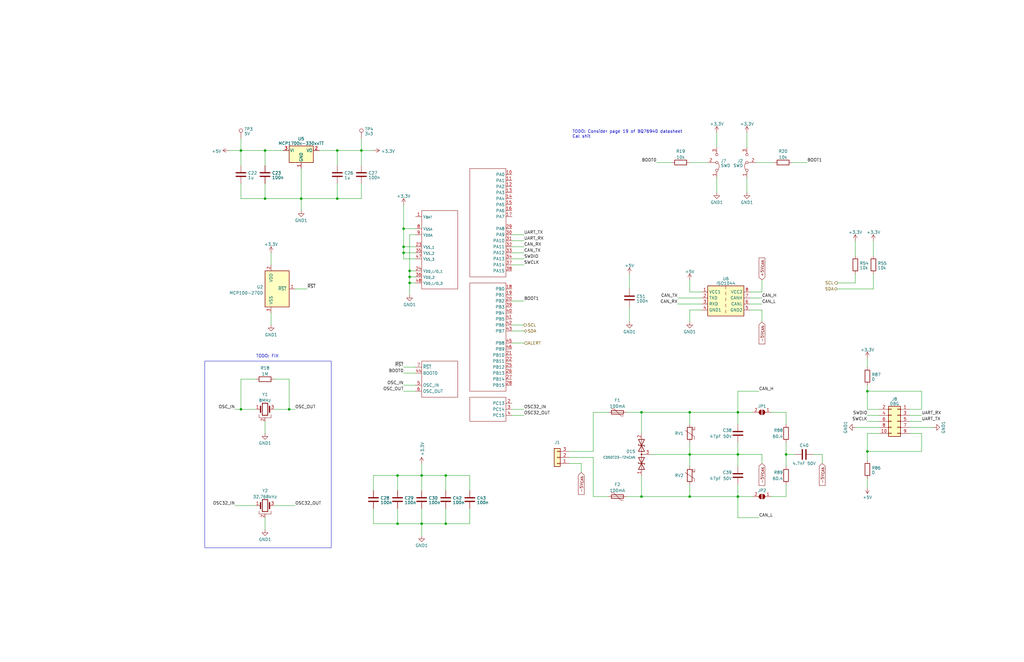
<source format=kicad_sch>
(kicad_sch (version 20230121) (generator eeschema)
  (paper "B")
  (lib_symbols
    (symbol "Connector:TestPoint" (pin_numbers hide) (pin_names (offset 0.762) hide)
      (property "Reference" "TP" (at 0 6.858 0))
      (property "Value" "TestPoint" (at 0 5.08 0))
      (symbol "TestPoint_1_1"
        (pin passive line (at 0 0 90) (length 2.54) (name "1") (number "1"))
      )
    )
    (symbol "Connector_Generic:Conn_01x03" (pin_names (offset 1.016) hide)
      (property "Reference" "J" (at 0 5.08 0))
      (property "Value" "Conn_01x03" (at 0 -5.08 0))
      (symbol "Conn_01x03_1_1"
        (pin passive line (at -5.08 2.54 0) (length 3.81) (name "Pin_1") (number "1"))
        (pin passive line (at -5.08 0 0) (length 3.81) (name "Pin_2") (number "2"))
        (pin passive line (at -5.08 -2.54 0) (length 3.81) (name "Pin_3") (number "3"))
      )
    )
    (symbol "Connector_Generic:Conn_02x05_Odd_Even" (pin_names (offset 1.016) hide)
      (property "Reference" "J" (at 1.27 7.62 0))
      (property "Value" "Conn_02x05_Odd_Even" (at 1.27 -7.62 0))
      (symbol "Conn_02x05_Odd_Even_1_1"
        (pin passive line (at -5.08 5.08 0) (length 3.81) (name "Pin_1") (number "1"))
        (pin passive line (at 7.62 -5.08 180) (length 3.81) (name "Pin_10") (number "10"))
        (pin passive line (at 7.62 5.08 180) (length 3.81) (name "Pin_2") (number "2"))
        (pin passive line (at -5.08 2.54 0) (length 3.81) (name "Pin_3") (number "3"))
        (pin passive line (at 7.62 2.54 180) (length 3.81) (name "Pin_4") (number "4"))
        (pin passive line (at -5.08 0 0) (length 3.81) (name "Pin_5") (number "5"))
        (pin passive line (at 7.62 0 180) (length 3.81) (name "Pin_6") (number "6"))
        (pin passive line (at -5.08 -2.54 0) (length 3.81) (name "Pin_7") (number "7"))
        (pin passive line (at 7.62 -2.54 180) (length 3.81) (name "Pin_8") (number "8"))
        (pin passive line (at -5.08 -5.08 0) (length 3.81) (name "Pin_9") (number "9"))
      )
    )
    (symbol "Device:C" (pin_numbers hide) (pin_names (offset 0.254))
      (property "Reference" "C" (at 0.635 2.54 0))
      (property "Value" "C" (at 0.635 -2.54 0))
      (symbol "C_1_1"
        (pin passive line (at 0 3.81 270) (length 2.794) (name "~") (number "1"))
        (pin passive line (at 0 -3.81 90) (length 2.794) (name "~") (number "2"))
      )
    )
    (symbol "Device:Crystal_GND2" (pin_names (offset 1.016) hide)
      (property "Reference" "Y" (at 0 5.715 0))
      (property "Value" "Crystal_GND2" (at 0 3.81 0))
      (symbol "Crystal_GND2_1_1"
        (pin passive line (at -3.81 0 0) (length 1.27) (name "1") (number "1"))
        (pin passive line (at 0 -5.08 90) (length 1.27) (name "2") (number "2"))
        (pin passive line (at 3.81 0 180) (length 1.27) (name "3") (number "3"))
      )
    )
    (symbol "Device:D_TVS_Dual_AAC" (pin_names (offset 1.016) hide)
      (property "Reference" "D" (at 0 4.445 0))
      (property "Value" "D_TVS_Dual_AAC" (at 0 2.54 0))
      (symbol "D_TVS_Dual_AAC_1_1"
        (pin passive line (at -8.89 0 0) (length 2.54) (name "A1") (number "1"))
        (pin passive line (at 8.89 0 180) (length 2.54) (name "A2") (number "2"))
        (pin input line (at 0 -3.81 90) (length 2.54) (name "common") (number "3"))
      )
    )
    (symbol "Device:Polyfuse" (pin_numbers hide) (pin_names (offset 0))
      (property "Reference" "F" (at -2.54 0 90))
      (property "Value" "Polyfuse" (at 2.54 0 90))
      (symbol "Polyfuse_1_1"
        (pin passive line (at 0 3.81 270) (length 1.27) (name "~") (number "1"))
        (pin passive line (at 0 -3.81 90) (length 1.27) (name "~") (number "2"))
      )
    )
    (symbol "Device:R" (pin_numbers hide) (pin_names (offset 0))
      (property "Reference" "R" (at 2.032 0 90))
      (property "Value" "R" (at 0 0 90))
      (symbol "R_1_1"
        (pin passive line (at 0 3.81 270) (length 1.27) (name "~") (number "1"))
        (pin passive line (at 0 -3.81 90) (length 1.27) (name "~") (number "2"))
      )
    )
    (symbol "Device:Varistor" (pin_numbers hide) (pin_names (offset 0))
      (property "Reference" "RV" (at 3.175 0 90))
      (property "Value" "Varistor" (at -3.175 0 90))
      (symbol "Varistor_0_0"
        (text "U" (at -1.778 -2.032 0) (effects (font (size 1.27 1.27))))
      )
      (symbol "Varistor_1_1"
        (pin passive line (at 0 3.81 270) (length 1.27) (name "~") (number "1"))
        (pin passive line (at 0 -3.81 90) (length 1.27) (name "~") (number "2"))
      )
    )
    (symbol "Jumper:Jumper_3_Bridged12" (pin_names (offset 0) hide)
      (property "Reference" "JP" (at -2.54 -2.54 0))
      (property "Value" "Jumper_3_Bridged12" (at 0 2.794 0))
      (symbol "Jumper_3_Bridged12_1_1"
        (pin passive line (at -6.35 0 0) (length 2.54) (name "A") (number "1"))
        (pin passive line (at 0 -3.81 90) (length 2.54) (name "C") (number "2"))
        (pin passive line (at 6.35 0 180) (length 2.54) (name "B") (number "3"))
      )
    )
    (symbol "Jumper:SolderJumper_2_Open" (pin_names (offset 0) hide)
      (property "Reference" "JP" (at 0 2.032 0))
      (property "Value" "SolderJumper_2_Open" (at 0 -2.54 0))
      (symbol "SolderJumper_2_Open_1_1"
        (pin passive line (at -3.81 0 0) (length 2.54) (name "A") (number "1"))
        (pin passive line (at 3.81 0 180) (length 2.54) (name "B") (number "2"))
      )
    )
    (symbol "Power_Supervisor:MCP100-270D" (pin_names (offset 1.016))
      (property "Reference" "U" (at 0 8.89 0))
      (property "Value" "MCP100-270D" (at -1.27 -8.89 0))
      (symbol "MCP100-270D_1_1"
        (pin output line (at 7.62 0 180) (length 2.54) (name "~{RST}") (number "1"))
        (pin power_in line (at -2.54 10.16 270) (length 2.54) (name "VDD") (number "2"))
        (pin power_in line (at -2.54 -10.16 90) (length 2.54) (name "VSS") (number "3"))
      )
    )
    (symbol "Regulator_Linear:MCP1700x-330xxTT" (pin_names (offset 0.254))
      (property "Reference" "U" (at -3.81 3.175 0))
      (property "Value" "MCP1700x-330xxTT" (at 0 3.175 0))
      (symbol "MCP1700x-330xxTT_1_1"
        (pin power_in line (at 0 -7.62 90) (length 2.54) (name "GND") (number "1"))
        (pin power_out line (at 7.62 0 180) (length 2.54) (name "VO") (number "2"))
        (pin power_in line (at -7.62 0 0) (length 2.54) (name "VI") (number "3"))
      )
    )
    (symbol "power:+3.3V" (power) (pin_names (offset 0))
      (property "Value" "+3.3V" (at 0 3.556 0))
      (symbol "+3.3V_1_1"
        (pin power_in line (at 0 0 90) (length 0) hide (name "+3.3V") (number "1"))
      )
    )
    (symbol "power:+5V" (power) (pin_names (offset 0))
      (property "Value" "+5V" (at 0 3.556 0))
      (symbol "+5V_1_1"
        (pin power_in line (at 0 0 90) (length 0) hide (name "+5V") (number "1"))
      )
    )
    (symbol "power:GND1" (power) (pin_names (offset 0))
      (property "Value" "GND1" (at 0 -3.81 0))
      (symbol "GND1_1_1"
        (pin power_in line (at 0 0 270) (length 0) hide (name "GND1") (number "1"))
      )
    )
    (symbol "qtech:CH32V203CxT6"
      (symbol "CH32V203CxT6_1_1"
        (pin input line (at 10.16 20.32 180) (length 2.54) (name "PA0") (number "10"))
        (pin input line (at 10.16 17.78 180) (length 2.54) (name "PA1") (number "11"))
        (pin input line (at 10.16 15.24 180) (length 2.54) (name "PA2") (number "12"))
        (pin input line (at 10.16 12.7 180) (length 2.54) (name "PA3") (number "13"))
        (pin input line (at 10.16 10.16 180) (length 2.54) (name "PA4") (number "14"))
        (pin input line (at 10.16 7.62 180) (length 2.54) (name "PA5") (number "15"))
        (pin input line (at 10.16 5.08 180) (length 2.54) (name "PA6") (number "16"))
        (pin input line (at 10.16 2.54 180) (length 2.54) (name "PA7") (number "17"))
        (pin input line (at 10.16 -2.54 180) (length 2.54) (name "PA8") (number "29"))
        (pin input line (at 10.16 -5.08 180) (length 2.54) (name "PA9") (number "30"))
        (pin input line (at 10.16 -7.62 180) (length 2.54) (name "PA10") (number "31"))
        (pin input line (at 10.16 -10.16 180) (length 2.54) (name "PA11") (number "32"))
        (pin input line (at 10.16 -12.7 180) (length 2.54) (name "PA12") (number "33"))
        (pin input line (at 10.16 -15.24 180) (length 2.54) (name "PA13") (number "34"))
        (pin input line (at 10.16 -17.78 180) (length 2.54) (name "PA14") (number "37"))
        (pin input line (at 10.16 -20.32 180) (length 2.54) (name "PA15") (number "38"))
      )
      (symbol "CH32V203CxT6_2_1"
        (pin input line (at 10.16 20.32 180) (length 2.54) (name "PB0") (number "18"))
        (pin input line (at 10.16 17.78 180) (length 2.54) (name "PB1") (number "19"))
        (pin input line (at 10.16 15.24 180) (length 2.54) (name "PB2") (number "20"))
        (pin input line (at 10.16 -7.62 180) (length 2.54) (name "PB10") (number "21"))
        (pin input line (at 10.16 -10.16 180) (length 2.54) (name "PB11") (number "22"))
        (pin input line (at 10.16 -12.7 180) (length 2.54) (name "PB12") (number "25"))
        (pin input line (at 10.16 -15.24 180) (length 2.54) (name "PB13") (number "26"))
        (pin input line (at 10.16 -17.78 180) (length 2.54) (name "PB14") (number "27"))
        (pin input line (at 10.16 -20.32 180) (length 2.54) (name "PB15") (number "28"))
        (pin input line (at 10.16 12.7 180) (length 2.54) (name "PB3") (number "39"))
        (pin input line (at 10.16 10.16 180) (length 2.54) (name "PB4") (number "40"))
        (pin input line (at 10.16 7.62 180) (length 2.54) (name "PB5") (number "41"))
        (pin input line (at 10.16 5.08 180) (length 2.54) (name "PB6") (number "42"))
        (pin input line (at 10.16 2.54 180) (length 2.54) (name "PB7") (number "43"))
        (pin input line (at 10.16 -2.54 180) (length 2.54) (name "PB8") (number "45"))
        (pin input line (at 10.16 -5.08 180) (length 2.54) (name "PB9") (number "46"))
      )
      (symbol "CH32V203CxT6_3_1"
        (pin input line (at 10.16 2.54 180) (length 2.54) (name "PC13") (number "2"))
        (pin input line (at 10.16 0 180) (length 2.54) (name "PC14") (number "3"))
        (pin input line (at 10.16 -2.54 180) (length 2.54) (name "PC15") (number "4"))
      )
      (symbol "CH32V203CxT6_4_1"
        (pin input line (at -10.16 2.54 0) (length 2.54) (name "BOOT0") (number "44"))
        (pin input line (at -10.16 -2.54 0) (length 2.54) (name "OSC_IN") (number "5"))
        (pin input line (at -10.16 -5.08 0) (length 2.54) (name "OSC_OUT") (number "6"))
        (pin input line (at -10.16 5.08 0) (length 2.54) (name "~{RST}") (number "7"))
      )
      (symbol "CH32V203CxT6_5_1"
        (pin input line (at -10.16 15.24 0) (length 2.54) (name "V_{BAT}") (number "1"))
        (pin input line (at -10.16 2.54 0) (length 2.54) (name "V_{SS_1}") (number "23"))
        (pin input line (at -10.16 -7.62 0) (length 2.54) (name "V_{DD_I/O_1}") (number "24"))
        (pin input line (at -10.16 0 0) (length 2.54) (name "V_{SS_2}") (number "35"))
        (pin input line (at -10.16 -10.16 0) (length 2.54) (name "V_{DD_2}") (number "36"))
        (pin input line (at -10.16 -2.54 0) (length 2.54) (name "V_{SS_3}") (number "47"))
        (pin input line (at -10.16 -12.7 0) (length 2.54) (name "V_{DD_I/O_3}") (number "48"))
        (pin input line (at -10.16 10.16 0) (length 2.54) (name "V_{SSA}") (number "8"))
        (pin input line (at -10.16 7.62 0) (length 2.54) (name "V_{DDA}") (number "9"))
      )
    )
    (symbol "qtech:ISO1044"
      (property "Reference" "U" (at -7.62 8.89 0))
      (property "Value" "ISO1044" (at -7.62 6.35 0))
      (symbol "ISO1044_1_1"
        (pin power_in line (at -10.16 2.54 0) (length 2.54) (name "VCC1") (number "1"))
        (pin input line (at -10.16 0 0) (length 2.54) (name "TXD") (number "2"))
        (pin output line (at -10.16 -2.54 0) (length 2.54) (name "RXD") (number "3"))
        (pin power_in line (at -10.16 -5.08 0) (length 2.54) (name "GND1") (number "4"))
        (pin power_in line (at 10.16 -5.08 180) (length 2.54) (name "GND2") (number "5"))
        (pin bidirectional line (at 10.16 -2.54 180) (length 2.54) (name "CANL") (number "6"))
        (pin bidirectional line (at 10.16 0 180) (length 2.54) (name "CANH") (number "7"))
        (pin power_in line (at 10.16 2.54 180) (length 2.54) (name "VCC2") (number "8"))
      )
    )
  )
  (junction (at 311.15 173.99))
  (junction (at 127 83.82))
  (junction (at 177.8 220.98))
  (junction (at 311.15 191.77))
  (junction (at 142.24 63.5))
  (junction (at 172.72 116.84))
  (junction (at 270.51 173.99))
  (junction (at 331.47 191.77))
  (junction (at 290.83 173.99))
  (junction (at 170.18 104.14))
  (junction (at 187.96 220.98))
  (junction (at 177.8 200.66))
  (junction (at 167.64 220.98))
  (junction (at 142.24 83.82))
  (junction (at 170.18 96.52))
  (junction (at 290.83 209.55))
  (junction (at 152.4 63.5))
  (junction (at 172.72 119.38))
  (junction (at 365.76 165.1))
  (junction (at 111.76 83.82))
  (junction (at 290.83 191.77))
  (junction (at 101.6 63.5))
  (junction (at 111.76 63.5))
  (junction (at 101.6 172.72))
  (junction (at 270.51 209.55))
  (junction (at 172.72 114.3))
  (junction (at 365.76 190.5))
  (junction (at 121.92 172.72))
  (junction (at 167.64 200.66))
  (junction (at 311.15 209.55))
  (junction (at 187.96 200.66))
  (junction (at 170.18 106.68))
  (wire (pts (xy 152.4 69.85) (xy 152.4 63.5)))
  (wire (pts (xy 115.57 213.36) (xy 124.46 213.36)))
  (wire (pts (xy 270.51 209.55) (xy 290.83 209.55)))
  (wire (pts (xy 142.24 77.47) (xy 142.24 83.82)))
  (wire (pts (xy 331.47 173.99) (xy 325.12 173.99)))
  (wire (pts (xy 302.26 55.88) (xy 302.26 62.23)))
  (wire (pts (xy 383.54 177.8) (xy 388.62 177.8)))
  (wire (pts (xy 187.96 220.98) (xy 187.96 214.63)))
  (wire (pts (xy 295.91 128.27) (xy 285.75 128.27)))
  (wire (pts (xy 115.57 172.72) (xy 121.92 172.72)))
  (wire (pts (xy 250.19 173.99) (xy 256.54 173.99)))
  (wire (pts (xy 383.54 172.72) (xy 388.62 172.72)))
  (wire (pts (xy 365.76 182.88) (xy 365.76 190.5)))
  (wire (pts (xy 368.3 101.6) (xy 368.3 107.95)))
  (wire (pts (xy 295.91 125.73) (xy 285.75 125.73)))
  (wire (pts (xy 331.47 204.47) (xy 331.47 209.55)))
  (wire (pts (xy 311.15 204.47) (xy 311.15 209.55)))
  (wire (pts (xy 311.15 165.1) (xy 311.15 173.99)))
  (wire (pts (xy 198.12 220.98) (xy 198.12 214.63)))
  (wire (pts (xy 368.3 115.57) (xy 368.3 121.92)))
  (wire (pts (xy 172.72 119.38) (xy 172.72 116.84)))
  (wire (pts (xy 331.47 209.55) (xy 325.12 209.55)))
  (wire (pts (xy 250.19 209.55) (xy 256.54 209.55)))
  (wire (pts (xy 353.06 121.92) (xy 368.3 121.92)))
  (wire (pts (xy 311.15 173.99) (xy 317.5 173.99)))
  (wire (pts (xy 220.98 172.72) (xy 215.9 172.72)))
  (wire (pts (xy 170.18 165.1) (xy 175.26 165.1)))
  (wire (pts (xy 172.72 116.84) (xy 175.26 116.84)))
  (wire (pts (xy 290.83 68.58) (xy 298.45 68.58)))
  (wire (pts (xy 111.76 63.5) (xy 119.38 63.5)))
  (wire (pts (xy 365.76 151.13) (xy 365.76 154.94)))
  (wire (pts (xy 388.62 182.88) (xy 383.54 182.88)))
  (wire (pts (xy 340.36 68.58) (xy 334.01 68.58)))
  (wire (pts (xy 170.18 96.52) (xy 170.18 104.14)))
  (wire (pts (xy 152.4 83.82) (xy 152.4 77.47)))
  (wire (pts (xy 321.31 123.19) (xy 316.23 123.19)))
  (wire (pts (xy 167.64 200.66) (xy 167.64 207.01)))
  (wire (pts (xy 331.47 191.77) (xy 335.28 191.77)))
  (wire (pts (xy 388.62 182.88) (xy 388.62 190.5)))
  (wire (pts (xy 167.64 214.63) (xy 167.64 220.98)))
  (wire (pts (xy 365.76 162.56) (xy 365.76 165.1)))
  (wire (pts (xy 388.62 165.1) (xy 388.62 172.72)))
  (wire (pts (xy 111.76 63.5) (xy 111.76 69.85)))
  (wire (pts (xy 198.12 200.66) (xy 187.96 200.66)))
  (wire (pts (xy 250.19 193.04) (xy 240.03 193.04)))
  (wire (pts (xy 331.47 186.69) (xy 331.47 191.77)))
  (wire (pts (xy 172.72 114.3) (xy 175.26 114.3)))
  (wire (pts (xy 170.18 157.48) (xy 175.26 157.48)))
  (wire (pts (xy 170.18 104.14) (xy 170.18 106.68)))
  (wire (pts (xy 311.15 209.55) (xy 317.5 209.55)))
  (wire (pts (xy 316.23 128.27) (xy 321.31 128.27)))
  (wire (pts (xy 157.48 214.63) (xy 157.48 220.98)))
  (wire (pts (xy 170.18 162.56) (xy 175.26 162.56)))
  (wire (pts (xy 265.43 115.57) (xy 265.43 121.92)))
  (wire (pts (xy 360.68 180.34) (xy 370.84 180.34)))
  (wire (pts (xy 311.15 173.99) (xy 311.15 179.07)))
  (wire (pts (xy 101.6 77.47) (xy 101.6 83.82)))
  (wire (pts (xy 172.72 99.06) (xy 175.26 99.06)))
  (wire (pts (xy 177.8 220.98) (xy 177.8 226.06)))
  (wire (pts (xy 245.11 199.39) (xy 245.11 195.58)))
  (wire (pts (xy 99.06 213.36) (xy 107.95 213.36)))
  (wire (pts (xy 114.3 106.68) (xy 114.3 111.76)))
  (wire (pts (xy 290.83 130.81) (xy 295.91 130.81)))
  (wire (pts (xy 187.96 220.98) (xy 198.12 220.98)))
  (wire (pts (xy 311.15 186.69) (xy 311.15 191.77)))
  (wire (pts (xy 101.6 172.72) (xy 107.95 172.72)))
  (wire (pts (xy 346.71 191.77) (xy 342.9 191.77)))
  (wire (pts (xy 215.9 137.16) (xy 220.98 137.16)))
  (wire (pts (xy 167.64 220.98) (xy 177.8 220.98)))
  (wire (pts (xy 172.72 119.38) (xy 172.72 124.46)))
  (wire (pts (xy 101.6 172.72) (xy 101.6 160.02)))
  (wire (pts (xy 250.19 193.04) (xy 250.19 209.55)))
  (wire (pts (xy 121.92 172.72) (xy 124.46 172.72)))
  (wire (pts (xy 290.83 135.89) (xy 290.83 130.81)))
  (wire (pts (xy 172.72 114.3) (xy 172.72 99.06)))
  (wire (pts (xy 167.64 200.66) (xy 177.8 200.66)))
  (wire (pts (xy 365.76 175.26) (xy 370.84 175.26)))
  (wire (pts (xy 177.8 214.63) (xy 177.8 220.98)))
  (wire (pts (xy 215.9 101.6) (xy 220.98 101.6)))
  (wire (pts (xy 314.96 62.23) (xy 314.96 55.88)))
  (wire (pts (xy 331.47 191.77) (xy 331.47 196.85)))
  (wire (pts (xy 321.31 118.11) (xy 321.31 123.19)))
  (wire (pts (xy 152.4 63.5) (xy 157.48 63.5)))
  (wire (pts (xy 111.76 77.47) (xy 111.76 83.82)))
  (wire (pts (xy 264.16 173.99) (xy 270.51 173.99)))
  (wire (pts (xy 157.48 200.66) (xy 157.48 207.01)))
  (wire (pts (xy 198.12 207.01) (xy 198.12 200.66)))
  (wire (pts (xy 383.54 175.26) (xy 388.62 175.26)))
  (wire (pts (xy 318.77 68.58) (xy 326.39 68.58)))
  (wire (pts (xy 290.83 191.77) (xy 274.32 191.77)))
  (wire (pts (xy 96.52 63.5) (xy 101.6 63.5)))
  (wire (pts (xy 331.47 179.07) (xy 331.47 173.99)))
  (wire (pts (xy 311.15 191.77) (xy 311.15 196.85)))
  (wire (pts (xy 220.98 127) (xy 215.9 127)))
  (wire (pts (xy 346.71 191.77) (xy 346.71 195.58)))
  (wire (pts (xy 311.15 191.77) (xy 321.31 191.77)))
  (wire (pts (xy 215.9 104.14) (xy 220.98 104.14)))
  (wire (pts (xy 365.76 190.5) (xy 365.76 194.31)))
  (wire (pts (xy 311.15 209.55) (xy 311.15 218.44)))
  (wire (pts (xy 101.6 63.5) (xy 101.6 69.85)))
  (wire (pts (xy 177.8 220.98) (xy 187.96 220.98)))
  (wire (pts (xy 365.76 165.1) (xy 365.76 172.72)))
  (wire (pts (xy 321.31 135.89) (xy 321.31 130.81)))
  (wire (pts (xy 142.24 63.5) (xy 152.4 63.5)))
  (wire (pts (xy 270.51 173.99) (xy 290.83 173.99)))
  (wire (pts (xy 290.83 191.77) (xy 311.15 191.77)))
  (wire (pts (xy 111.76 218.44) (xy 111.76 223.52)))
  (wire (pts (xy 215.9 111.76) (xy 220.98 111.76)))
  (wire (pts (xy 170.18 106.68) (xy 170.18 109.22)))
  (wire (pts (xy 311.15 218.44) (xy 320.04 218.44)))
  (wire (pts (xy 383.54 180.34) (xy 393.7 180.34)))
  (wire (pts (xy 170.18 96.52) (xy 175.26 96.52)))
  (wire (pts (xy 240.03 190.5) (xy 250.19 190.5)))
  (wire (pts (xy 240.03 195.58) (xy 245.11 195.58)))
  (wire (pts (xy 220.98 175.26) (xy 215.9 175.26)))
  (wire (pts (xy 290.83 186.69) (xy 290.83 191.77)))
  (wire (pts (xy 290.83 209.55) (xy 311.15 209.55)))
  (wire (pts (xy 321.31 130.81) (xy 316.23 130.81)))
  (wire (pts (xy 99.06 172.72) (xy 101.6 172.72)))
  (wire (pts (xy 265.43 129.54) (xy 265.43 135.89)))
  (wire (pts (xy 365.76 165.1) (xy 388.62 165.1)))
  (wire (pts (xy 167.64 200.66) (xy 157.48 200.66)))
  (wire (pts (xy 365.76 182.88) (xy 370.84 182.88)))
  (wire (pts (xy 177.8 200.66) (xy 177.8 207.01)))
  (wire (pts (xy 270.51 200.66) (xy 270.51 209.55)))
  (wire (pts (xy 124.46 121.92) (xy 129.54 121.92)))
  (wire (pts (xy 187.96 207.01) (xy 187.96 200.66)))
  (wire (pts (xy 175.26 154.94) (xy 170.18 154.94)))
  (wire (pts (xy 101.6 63.5) (xy 111.76 63.5)))
  (wire (pts (xy 290.83 173.99) (xy 311.15 173.99)))
  (wire (pts (xy 360.68 115.57) (xy 360.68 119.38)))
  (wire (pts (xy 264.16 209.55) (xy 270.51 209.55)))
  (wire (pts (xy 290.83 123.19) (xy 295.91 123.19)))
  (wire (pts (xy 276.86 68.58) (xy 283.21 68.58)))
  (wire (pts (xy 290.83 191.77) (xy 290.83 196.85)))
  (wire (pts (xy 365.76 172.72) (xy 370.84 172.72)))
  (wire (pts (xy 142.24 63.5) (xy 142.24 69.85)))
  (wire (pts (xy 127 83.82) (xy 142.24 83.82)))
  (wire (pts (xy 215.9 139.7) (xy 220.98 139.7)))
  (wire (pts (xy 142.24 83.82) (xy 152.4 83.82)))
  (wire (pts (xy 215.9 106.68) (xy 220.98 106.68)))
  (wire (pts (xy 115.57 160.02) (xy 121.92 160.02)))
  (wire (pts (xy 111.76 83.82) (xy 127 83.82)))
  (wire (pts (xy 170.18 106.68) (xy 175.26 106.68)))
  (wire (pts (xy 101.6 83.82) (xy 111.76 83.82)))
  (wire (pts (xy 152.4 58.42) (xy 152.4 63.5)))
  (wire (pts (xy 290.83 118.11) (xy 290.83 123.19)))
  (wire (pts (xy 170.18 109.22) (xy 175.26 109.22)))
  (wire (pts (xy 101.6 58.42) (xy 101.6 63.5)))
  (wire (pts (xy 215.9 109.22) (xy 220.98 109.22)))
  (wire (pts (xy 270.51 173.99) (xy 270.51 182.88)))
  (wire (pts (xy 365.76 190.5) (xy 388.62 190.5)))
  (wire (pts (xy 134.62 63.5) (xy 142.24 63.5)))
  (wire (pts (xy 172.72 116.84) (xy 172.72 114.3)))
  (wire (pts (xy 157.48 220.98) (xy 167.64 220.98)))
  (wire (pts (xy 250.19 190.5) (xy 250.19 173.99)))
  (wire (pts (xy 321.31 191.77) (xy 321.31 195.58)))
  (wire (pts (xy 316.23 125.73) (xy 321.31 125.73)))
  (wire (pts (xy 114.3 132.08) (xy 114.3 137.16)))
  (wire (pts (xy 121.92 160.02) (xy 121.92 172.72)))
  (wire (pts (xy 187.96 200.66) (xy 177.8 200.66)))
  (wire (pts (xy 311.15 165.1) (xy 320.04 165.1)))
  (wire (pts (xy 111.76 177.8) (xy 111.76 182.88)))
  (wire (pts (xy 365.76 201.93) (xy 365.76 205.74)))
  (wire (pts (xy 170.18 86.36) (xy 170.18 96.52)))
  (wire (pts (xy 302.26 74.93) (xy 302.26 81.28)))
  (wire (pts (xy 127 83.82) (xy 127 88.9)))
  (wire (pts (xy 215.9 144.78) (xy 220.98 144.78)))
  (wire (pts (xy 365.76 177.8) (xy 370.84 177.8)))
  (wire (pts (xy 290.83 204.47) (xy 290.83 209.55)))
  (wire (pts (xy 353.06 119.38) (xy 360.68 119.38)))
  (wire (pts (xy 101.6 160.02) (xy 107.95 160.02)))
  (wire (pts (xy 360.68 101.6) (xy 360.68 107.95)))
  (wire (pts (xy 314.96 74.93) (xy 314.96 81.28)))
  (wire (pts (xy 170.18 104.14) (xy 175.26 104.14)))
  (wire (pts (xy 172.72 119.38) (xy 175.26 119.38)))
  (wire (pts (xy 215.9 99.06) (xy 220.98 99.06)))
  (wire (pts (xy 177.8 195.58) (xy 177.8 200.66)))
  (wire (pts (xy 290.83 173.99) (xy 290.83 179.07)))
  (wire (pts (xy 127 71.12) (xy 127 83.82)))
  (rectangle (start 86.36 152.4) (end 139.7 231.14))
  (text "TODO: FIX" (at 107.95 151.13 0) (effects (font (size 1.27 1.27)) (justify left bottom)))
  (text "TODO: Consider page 19 of BQ76940 datasheet\nCal shit" (at 241.3 58.42 0) (effects (font (size 1.27 1.27)) (justify left bottom)))
  (label "OSC32_IN" (at 99.06 213.36 180))
  (label "CAN_L" (at 320.04 218.44 0))
  (label "OSC32_OUT" (at 124.46 213.36 0))
  (label "UART_TX" (at 388.62 177.8 0))
  (label "OSC_IN" (at 170.18 162.56 180))
  (label "OSC_IN" (at 99.06 172.72 180))
  (label "SWDIO" (at 365.76 175.26 180))
  (label "CAN_H" (at 321.31 125.73 0))
  (label "SWCLK" (at 365.76 177.8 180))
  (label "OSC_OUT" (at 170.18 165.1 180))
  (label "CAN_RX" (at 285.75 128.27 180))
  (label "SWCLK" (at 220.98 111.76 0))
  (label "BOOT1" (at 220.98 127 0))
  (label "OSC32_OUT" (at 220.98 175.26 0))
  (label "~{RST}" (at 170.18 154.94 180))
  (label "UART_TX" (at 220.98 99.06 0))
  (label "~{RST}" (at 129.54 121.92 0))
  (label "CAN_H" (at 320.04 165.1 0))
  (label "UART_RX" (at 220.98 101.6 0))
  (label "BOOT1" (at 340.36 68.58 0))
  (label "BOOT0" (at 170.18 157.48 180))
  (label "SWDIO" (at 220.98 109.22 0))
  (label "BOOT0" (at 276.86 68.58 180))
  (label "OSC32_IN" (at 220.98 172.72 0))
  (label "CAN_TX" (at 285.75 125.73 180))
  (label "CAN_RX" (at 220.98 104.14 0))
  (label "UART_RX" (at 388.62 175.26 0))
  (label "OSC_OUT" (at 124.46 172.72 0))
  (label "CAN_TX" (at 220.98 106.68 0))
  (label "CAN_L" (at 321.31 128.27 0))
  (global_label "-5V_{CAN}" (shape input) (at 346.71 195.58 270) (property "Intersheetrefs" "${INTERSHEET_REFS}" (effects hide)))
  (global_label "+5V_{CAN}" (shape input) (at 321.31 118.11 90) (property "Intersheetrefs" "${INTERSHEET_REFS}" (effects hide)))
  (global_label "-5V_{CAN}" (shape input) (at 245.11 199.39 270) (property "Intersheetrefs" "${INTERSHEET_REFS}" (effects hide)))
  (global_label "-5V_{CAN}" (shape input) (at 321.31 135.89 270) (property "Intersheetrefs" "${INTERSHEET_REFS}" (effects hide)))
  (global_label "-5V_{CAN}" (shape input) (at 321.31 195.58 270) (property "Intersheetrefs" "${INTERSHEET_REFS}" (effects hide)))
  (hierarchical_label "SCL" (shape output) (at 220.98 137.16 0))
  (hierarchical_label "ALERT" (shape input) (at 220.98 144.78 0))
  (hierarchical_label "SCL" (shape output) (at 353.06 119.38 180))
  (hierarchical_label "SDA" (shape bidirectional) (at 353.06 121.92 180))
  (hierarchical_label "SDA" (shape bidirectional) (at 220.98 139.7 0))
  (symbol (lib_id "Device:R") (at 287.02 68.58 90) (unit 1)
    (property "Reference" "R19" (at 287.02 63.8642 90))
    (property "Value" "10k" (at 287.02 66.4011 90))
    (property "Footprint" "Resistor_SMD:R_0603_1608Metric" (effects hide))
    (property "Datasheet" "https://www.mouser.com/datasheet/2/219/RK73H-1825326.pdf" (effects hide))
    (property "Mouser" "https://www.mouser.com/ProductDetail/KOA-Speer/RK73H1JTTD1002F?qs=sGAEpiMZZMtlubZbdhIBINkEv%252BGnJSJCzf6arQIEEEA%3D" (effects hide))
    (property "Part Number" "RK73H1JTTD1002F" (effects hide))
    (property "Rating" "100mW" (effects hide))
  )
  (symbol (lib_id "qtech:CH32V203CxT6") (at 205.74 93.98 0) (unit 1)
    (property "Reference" "U3" (effects hide))
    (property "Value" "CH32V203CxT6" (effects hide))
    (property "Footprint" "Package_QFP:LQFP-48_7x7mm_P0.5mm" (effects hide))
    (property "Datasheet" "http://www.wch-ic.com/downloads/file/354.html" (effects hide))
    (property "Mouser" "-" (effects hide))
    (property "Part Number" "CH32V203C8T6" (effects hide))
  )
  (symbol (lib_id "power:GND1") (at 127 88.9 0) (unit 1)
    (property "Reference" "#PWR010" (effects hide))
    (property "Value" "GND1" (at 127 93.0355 0))
    (instances (project "bms" (path "" (reference "#PWR010") (unit 1)) (path "" (reference "#PWR020") (unit 1))))
  )
  (symbol (lib_id "Device:C") (at 265.43 125.73 0) (unit 1)
    (property "Reference" "C51" (at 268.351 125.0863 0) (effects (justify left)))
    (property "Value" "100n" (at 268.351 127.0073 0) (effects (justify left)))
    (property "Footprint" "Capacitor_SMD:C_0603_1608Metric" (effects hide))
    (property "Datasheet" "https://www.mouser.com/datasheet/2/40/X7RDielectric-2943470.pdf" (effects hide))
    (property "Mouser" "https://www.mouser.com/ProductDetail/KYOCERA-AVX/06035C104KAT2A?qs=sGAEpiMZZMs7ZEmUmaUL07F2qgI%252BUofJK2BrtL3gRPE%3D" (effects hide))
    (property "Part Number" "06035C104KAT2A" (effects hide))
    (property "Rating" "50V" (effects hide))
  )
  (symbol (lib_id "Connector:TestPoint") (at 152.4 58.42 0) (unit 1)
    (property "Reference" "TP4" (at 153.797 54.4743 0) (effects (justify left)))
    (property "Value" "3v3" (at 153.797 56.3953 0) (effects (justify left)))
    (property "Footprint" "TestPoint:TestPoint_Pad_D1.5mm" (effects hide))
  )
  (symbol (lib_id "power:GND1") (at 393.7 180.34 90) (unit 1)
    (property "Reference" "#PWR010" (effects hide))
    (property "Value" "GND1" (at 397.8355 180.34 0))
    (instances (project "bms" (path "" (reference "#PWR010") (unit 1)) (path "" (reference "#PWR051") (unit 1))))
  )
  (symbol (lib_id "Device:R") (at 368.3 111.76 180) (unit 1)
    (property "Reference" "R55" (at 370.078 111.1163 0) (effects (justify right)))
    (property "Value" "10k" (at 370.078 113.0373 0) (effects (justify right)))
    (property "Footprint" "Resistor_SMD:R_0603_1608Metric" (effects hide))
    (property "Datasheet" "https://www.mouser.com/datasheet/2/219/RK73H-1825326.pdf" (effects hide))
    (property "Mouser" "https://www.mouser.com/ProductDetail/KOA-Speer/RK73H1JTTD1002F?qs=sGAEpiMZZMtlubZbdhIBINkEv%252BGnJSJCzf6arQIEEEA%3D" (effects hide))
    (property "Part Number" "RK73H1JTTD1002F" (effects hide))
    (property "Rating" "100mW" (effects hide))
  )
  (symbol (lib_id "Device:C") (at 167.64 210.82 0) (unit 1)
    (property "Reference" "C29" (at 170.561 210.1763 0) (effects (justify left)))
    (property "Value" "100n" (at 170.561 212.0973 0) (effects (justify left)))
    (property "Footprint" "Capacitor_SMD:C_0603_1608Metric" (effects hide))
    (property "Datasheet" "https://www.mouser.com/datasheet/2/40/X7RDielectric-2943470.pdf" (effects hide))
    (property "Mouser" "https://www.mouser.com/ProductDetail/KYOCERA-AVX/06035C104KAT2A?qs=sGAEpiMZZMs7ZEmUmaUL07F2qgI%252BUofJK2BrtL3gRPE%3D" (effects hide))
    (property "Part Number" "06035C104KAT2A" (effects hide))
    (property "Rating" "50V" (effects hide))
  )
  (symbol (lib_id "qtech:CH32V203CxT6") (at 205.74 142.24 0) (unit 2)
    (property "Reference" "U3" (effects hide))
    (property "Value" "CH32V203CxT6" (effects hide))
    (property "Footprint" "Package_QFP:LQFP-48_7x7mm_P0.5mm" (effects hide))
    (property "Datasheet" "http://www.wch-ic.com/downloads/file/354.html" (effects hide))
    (property "Mouser" "-" (effects hide))
    (property "Part Number" "CH32V203C8T6" (effects hide))
  )
  (symbol (lib_id "Regulator_Linear:MCP1700x-330xxTT") (at 127 63.5 0) (unit 1)
    (property "Reference" "U5" (at 127 58.5851 0))
    (property "Value" "MCP1700x-330xxTT" (at 127 60.5061 0))
    (property "Footprint" "Package_TO_SOT_SMD:SOT-23" (effects hide))
    (property "Datasheet" "http://ww1.microchip.com/downloads/en/DeviceDoc/20001826D.pdf" (effects hide))
    (property "Mouser" "https://www.mouser.com/ProductDetail/Microchip-Technology/MCP1700T-3302E-TT?qs=fM4xO01eazPmCNDrdHEdaw%3D%3D" (effects hide))
    (property "Part Number" "MCP1700T-3302E/TT " (effects hide))
  )
  (symbol (lib_id "power:GND1") (at 302.26 81.28 0) (unit 1)
    (property "Reference" "#PWR010" (effects hide))
    (property "Value" "GND1" (at 302.26 85.4155 0))
    (instances (project "bms" (path "" (reference "#PWR010") (unit 1)) (path "" (reference "#PWR022") (unit 1))))
  )
  (symbol (lib_id "qtech:CH32V203CxT6") (at 185.42 106.68 0) (unit 5)
    (property "Reference" "U3" (effects hide))
    (property "Value" "CH32V203CxT6" (effects hide))
    (property "Footprint" "Package_QFP:LQFP-48_7x7mm_P0.5mm" (effects hide))
    (property "Datasheet" "http://www.wch-ic.com/downloads/file/354.html" (effects hide))
    (property "Mouser" "-" (effects hide))
    (property "Part Number" "CH32V203C8T6" (effects hide))
  )
  (symbol (lib_id "Jumper:SolderJumper_2_Open") (at 321.31 173.99 0) (mirror y) (unit 1) (in_bom no)
    (property "Reference" "JP1" (at 321.31 171.45 0))
    (property "Value" "SolderJumper_2_Open" (effects hide))
    (property "Footprint" "Jumper:SolderJumper-2_P1.3mm_Open_RoundedPad1.0x1.5mm" (effects hide))
    (instances (project "bms" (path "" (reference "JP1") (unit 1))) (project "bcu" (path "" (reference "JP?") (unit 1)) (path "" (reference "JP3") (unit 1))))
  )
  (symbol (lib_id "Device:C") (at 142.24 73.66 0) (unit 1)
    (property "Reference" "C26" (at 145.161 73.0163 0) (effects (justify left)))
    (property "Value" "1u" (at 145.161 74.9373 0) (effects (justify left)))
    (property "Footprint" "Capacitor_SMD:C_0603_1608Metric" (effects hide))
    (property "Datasheet" "https://www.mouser.com/datasheet/2/585/MLCC-1837944.pdf" (effects hide))
    (property "Mouser" "https://www.mouser.com/ProductDetail/Samsung-Electro-Mechanics/CL10B105KA8NNND?qs=sGAEpiMZZMs7ZEmUmaUL03JOSOi7G3a3Pbmf%252BVZ%2FyZWWNareYBTNVg%3D%3D" (effects hide))
    (property "Part Number" "CL10B105KA8NNND" (effects hide))
    (property "Rating" "25V" (effects hide))
  )
  (symbol (lib_id "Device:C") (at 311.15 182.88 0) (mirror y) (unit 1)
    (property "Reference" "C38" (at 308.61 181.61 0) (effects (justify left)))
    (property "Value" "47pF 50V" (at 308.61 184.15 0) (effects (justify left)))
    (property "Footprint" "Capacitor_SMD:C_0402_1005Metric" (effects hide))
    (property "Datasheet" "https://www.mouser.com/datasheet/2/281/1/GRT1555C1H470JA02_01A-3157872.pdf" (effects hide))
    (property "Mouser" "https://www.mouser.com/ProductDetail/Murata-Electronics/GRT1555C1H470JA02D?qs=qkDYIeTQ%252BEmwVxkhIB%2FZ%2Fg%3D%3D" (effects hide))
    (property "Part Number" "GRT1555C1H470JA02D" (effects hide))
    (instances (project "bms" (path "" (reference "C38") (unit 1))) (project "bcu" (path "" (reference "C?") (unit 1)) (path "" (reference "C21") (unit 1))))
  )
  (symbol (lib_id "Connector_Generic:Conn_02x05_Odd_Even") (at 378.46 177.8 0) (mirror y) (unit 1)
    (property "Reference" "J8" (at 377.19 168.4401 0))
    (property "Value" "DBG" (at 377.19 170.3611 0))
    (property "Footprint" "Connector_PinSocket_2.54mm:PinSocket_2x05_P2.54mm_Vertical" (effects hide))
  )
  (symbol (lib_id "Connector_Generic:Conn_01x03") (at 234.95 193.04 180) (unit 1)
    (property "Reference" "J1" (at 234.95 186.69 0))
    (property "Value" "Conn_01x03" (effects hide))
    (property "Footprint" "Connector_JST:JST_XA_S02B-XASK-1_1x02_P2.50mm_Horizontal" (effects hide))
    (instances (project "bms" (path "" (reference "J1") (unit 1))) (project "bcu" (path "" (reference "J3") (unit 1))))
  )
  (symbol (lib_id "power:+5V") (at 265.43 115.57 0) (unit 1)
    (property "Reference" "#PWR01" (effects hide))
    (property "Value" "+5V" (at 265.43 112.0681 0))
    (instances (project "bms" (path "" (reference "#PWR01") (unit 1)) (path "" (reference "#PWR040") (unit 1))))
  )
  (symbol (lib_id "Device:C") (at 152.4 73.66 0) (unit 1)
    (property "Reference" "C27" (at 155.321 73.0163 0) (effects (justify left)))
    (property "Value" "100n" (at 155.321 74.9373 0) (effects (justify left)))
    (property "Footprint" "Capacitor_SMD:C_0603_1608Metric" (effects hide))
    (property "Datasheet" "https://www.mouser.com/datasheet/2/40/X7RDielectric-2943470.pdf" (effects hide))
    (property "Mouser" "https://www.mouser.com/ProductDetail/KYOCERA-AVX/06035C104KAT2A?qs=sGAEpiMZZMs7ZEmUmaUL07F2qgI%252BUofJK2BrtL3gRPE%3D" (effects hide))
    (property "Part Number" "06035C104KAT2A" (effects hide))
    (property "Rating" "50V" (effects hide))
  )
  (symbol (lib_id "qtech:CH32V203CxT6") (at 185.42 160.02 0) (unit 4)
    (property "Reference" "U3" (effects hide))
    (property "Value" "CH32V203CxT6" (effects hide))
    (property "Footprint" "Package_QFP:LQFP-48_7x7mm_P0.5mm" (effects hide))
    (property "Datasheet" "http://www.wch-ic.com/downloads/file/354.html" (effects hide))
    (property "Mouser" "-" (effects hide))
    (property "Part Number" "CH32V203C8T6" (effects hide))
  )
  (symbol (lib_id "power:+3.3V") (at 177.8 195.58 0) (unit 1)
    (property "Reference" "#PWR036" (effects hide))
    (property "Value" "+3.3V" (at 178.1168 192.405 90) (effects (justify left)))
  )
  (symbol (lib_id "power:GND1") (at 177.8 226.06 0) (unit 1)
    (property "Reference" "#PWR010" (effects hide))
    (property "Value" "GND1" (at 177.8 230.1955 0))
    (instances (project "bms" (path "" (reference "#PWR010") (unit 1)) (path "" (reference "#PWR015") (unit 1))))
  )
  (symbol (lib_id "Device:R") (at 331.47 200.66 0) (mirror y) (unit 1)
    (property "Reference" "R89" (at 330.2 199.39 0) (effects (justify left)))
    (property "Value" "60.4" (at 330.2 201.93 0) (effects (justify left)))
    (property "Footprint" "Resistor_SMD:R_0603_1608Metric" (effects hide))
    (property "Datasheet" "https://www.vishay.com/doc?20035" (effects hide))
    (property "Mouser" "https://www.mouser.com/ProductDetail/Vishay-Dale/CRCW060360R4FKEA?qs=6fyMJ9%2FiJ9KMVX8MBWVfDg%3D%3D" (effects hide))
    (property "Part Number" "CRCW060360R4FKEA" (effects hide))
    (instances (project "bms" (path "" (reference "R89") (unit 1))) (project "bcu" (path "" (reference "R?") (unit 1)) (path "" (reference "R9") (unit 1))))
  )
  (symbol (lib_id "power:+3.3V") (at 157.48 63.5 270) (unit 1)
    (property "Reference" "#PWR030" (effects hide))
    (property "Value" "+3.3V" (at 160.655 63.8168 90) (effects (justify left)))
  )
  (symbol (lib_id "power:+5V") (at 96.52 63.5 90) (unit 1)
    (property "Reference" "#PWR01" (effects hide))
    (property "Value" "+5V" (at 93.3451 63.8168 90) (effects (justify left)))
    (instances (project "bms" (path "" (reference "#PWR01") (unit 1)) (path "" (reference "#PWR031") (unit 1))))
  )
  (symbol (lib_id "power:GND1") (at 314.96 81.28 0) (unit 1)
    (property "Reference" "#PWR010" (effects hide))
    (property "Value" "GND1" (at 314.96 85.4155 0))
    (instances (project "bms" (path "" (reference "#PWR010") (unit 1)) (path "" (reference "#PWR024") (unit 1))))
  )
  (symbol (lib_id "Device:R") (at 360.68 111.76 180) (unit 1)
    (property "Reference" "R54" (at 362.458 111.1163 0) (effects (justify right)))
    (property "Value" "10k" (at 362.458 113.0373 0) (effects (justify right)))
    (property "Footprint" "Resistor_SMD:R_0603_1608Metric" (effects hide))
    (property "Datasheet" "https://www.mouser.com/datasheet/2/219/RK73H-1825326.pdf" (effects hide))
    (property "Mouser" "https://www.mouser.com/ProductDetail/KOA-Speer/RK73H1JTTD1002F?qs=sGAEpiMZZMtlubZbdhIBINkEv%252BGnJSJCzf6arQIEEEA%3D" (effects hide))
    (property "Part Number" "RK73H1JTTD1002F" (effects hide))
    (property "Rating" "100mW" (effects hide))
  )
  (symbol (lib_id "Jumper:Jumper_3_Bridged12") (at 302.26 68.58 270) (mirror x) (unit 1)
    (property "Reference" "J7" (at 303.8861 67.9363 90) (effects (justify left)))
    (property "Value" "SWD" (at 303.8861 69.8573 90) (effects (justify left)))
    (property "Footprint" "Jumper:SolderJumper-3_P1.3mm_Bridged12_RoundedPad1.0x1.5mm" (effects hide))
  )
  (symbol (lib_id "power:GND1") (at 114.3 137.16 0) (unit 1)
    (property "Reference" "#PWR010" (effects hide))
    (property "Value" "GND1" (at 114.3 141.2955 0))
    (instances (project "bms" (path "" (reference "#PWR010") (unit 1)) (path "" (reference "#PWR037") (unit 1))))
  )
  (symbol (lib_id "Device:Crystal_GND2") (at 111.76 172.72 0) (unit 1)
    (property "Reference" "Y1" (at 111.76 166.4548 0))
    (property "Value" "8MHz" (at 111.76 168.9917 0))
    (property "Footprint" "Crystal:Resonator_SMD_Murata_CSTxExxV-3Pin_3.0x1.1mm" (effects hide))
    (property "Datasheet" "https://www.mouser.com/datasheet/2/122/ECS_2520MVLC-1903379.pdf" (effects hide))
    (property "Mouser" "https://www.mouser.com/ProductDetail/ECS/ECS-2520MVLC-080-BP-TR?qs=vvQtp7zwQdOZufp%2FvZIBtw%3D%3D" (effects hide))
    (property "Part Number" "ECS-2520MVLC-080-BP-TR" (effects hide))
    (property "Rating" "10-20pF" (effects hide))
  )
  (symbol (lib_id "power:+3.3V") (at 302.26 55.88 0) (unit 1)
    (property "Reference" "#PWR021" (effects hide))
    (property "Value" "+3.3V" (at 302.26 52.3042 0))
  )
  (symbol (lib_id "power:GND1") (at 111.76 223.52 0) (unit 1)
    (property "Reference" "#PWR010" (effects hide))
    (property "Value" "GND1" (at 111.76 227.6555 0))
    (instances (project "bms" (path "" (reference "#PWR010") (unit 1)) (path "" (reference "#PWR016") (unit 1))))
  )
  (symbol (lib_id "Device:C") (at 101.6 73.66 0) (unit 1)
    (property "Reference" "C22" (at 104.521 73.0163 0) (effects (justify left)))
    (property "Value" "1u" (at 104.521 74.9373 0) (effects (justify left)))
    (property "Footprint" "Capacitor_SMD:C_0603_1608Metric" (effects hide))
    (property "Datasheet" "https://www.mouser.com/datasheet/2/585/MLCC-1837944.pdf" (effects hide))
    (property "Mouser" "https://www.mouser.com/ProductDetail/Samsung-Electro-Mechanics/CL10B105KA8NNND?qs=sGAEpiMZZMs7ZEmUmaUL03JOSOi7G3a3Pbmf%252BVZ%2FyZWWNareYBTNVg%3D%3D" (effects hide))
    (property "Part Number" "CL10B105KA8NNND" (effects hide))
    (property "Rating" "25V" (effects hide))
  )
  (symbol (lib_id "power:GND1") (at 172.72 124.46 0) (unit 1)
    (property "Reference" "#PWR010" (effects hide))
    (property "Value" "GND1" (at 172.72 128.5955 0))
    (instances (project "bms" (path "" (reference "#PWR010") (unit 1)) (path "" (reference "#PWR035") (unit 1))))
  )
  (symbol (lib_id "power:GND1") (at 111.76 182.88 0) (unit 1)
    (property "Reference" "#PWR010" (effects hide))
    (property "Value" "GND1" (at 111.76 187.0155 0))
    (instances (project "bms" (path "" (reference "#PWR010") (unit 1)) (path "" (reference "#PWR018") (unit 1))))
  )
  (symbol (lib_id "Device:C") (at 339.09 191.77 90) (mirror x) (unit 1)
    (property "Reference" "C40" (at 339.09 187.96 90))
    (property "Value" "4.7nF 50V" (at 339.09 195.58 90))
    (property "Footprint" "Capacitor_SMD:C_0402_1005Metric" (effects hide))
    (property "Datasheet" "https://www.mouser.com/datasheet/2/281/1/GCM155R72A472KA37_01A-3142478.pdf" (effects hide))
    (property "Mouser" "https://www.mouser.com/ProductDetail/Murata-Electronics/GCM155R72A472KA37D?qs=aEuGZpxfbxUdOQVE8GeD2Q%3D%3D" (effects hide))
    (property "Part Number" "GCM155R72A472KA37D" (effects hide))
    (instances (project "bms" (path "" (reference "C40") (unit 1))) (project "bcu" (path "" (reference "C?") (unit 1)) (path "" (reference "C24") (unit 1))))
  )
  (symbol (lib_id "Device:C") (at 198.12 210.82 0) (unit 1)
    (property "Reference" "C43" (at 201.041 210.1763 0) (effects (justify left)))
    (property "Value" "100n" (at 201.041 212.0973 0) (effects (justify left)))
    (property "Footprint" "Capacitor_SMD:C_0603_1608Metric" (effects hide))
    (property "Datasheet" "https://www.mouser.com/datasheet/2/40/X7RDielectric-2943470.pdf" (effects hide))
    (property "Mouser" "https://www.mouser.com/ProductDetail/KYOCERA-AVX/06035C104KAT2A?qs=sGAEpiMZZMs7ZEmUmaUL07F2qgI%252BUofJK2BrtL3gRPE%3D" (effects hide))
    (property "Part Number" "06035C104KAT2A" (effects hide))
    (property "Rating" "50V" (effects hide))
  )
  (symbol (lib_id "Device:Crystal_GND2") (at 111.76 213.36 0) (unit 1)
    (property "Reference" "Y2" (at 111.76 207.0948 0))
    (property "Value" "32.768kHz" (at 111.76 209.6317 0))
    (property "Footprint" "Crystal:Resonator_SMD_Murata_CSTxExxV-3Pin_3.0x1.1mm" (effects hide))
    (property "Datasheet" "https://www.mouser.com/datasheet/2/122/ECS-327ATQMV-1369911.pdf" (effects hide))
    (property "Mouser" "https://www.mouser.com/ProductDetail/ECS/ECS-327ATQMV-AS-TR?qs=MLItCLRbWswfpblSDJ1g4A%3D%3D" (effects hide))
    (property "Part Number" "ECS-327ATQMV-AS-TR" (effects hide))
    (property "Rating" "10-20pF" (effects hide))
  )
  (symbol (lib_id "power:+5V") (at 290.83 118.11 0) (unit 1)
    (property "Reference" "#PWR01" (effects hide))
    (property "Value" "+5V" (at 290.83 114.6081 0))
    (instances (project "bms" (path "" (reference "#PWR01") (unit 1)) (path "" (reference "#PWR042") (unit 1))))
  )
  (symbol (lib_id "power:+3.3V") (at 170.18 86.36 0) (unit 1)
    (property "Reference" "#PWR019" (effects hide))
    (property "Value" "+3.3V" (at 170.18 82.7842 0))
  )
  (symbol (lib_id "Device:Polyfuse") (at 260.35 209.55 270) (mirror x) (unit 1)
    (property "Reference" "F2" (at 260.35 204.47 90))
    (property "Value" "100mA" (at 260.35 207.01 90))
    (property "Footprint" "Fuse:Fuse_1206_3216Metric" (effects hide))
    (property "Datasheet" "https://www.mouser.com/datasheet/2/643/ds_CP_0ZTJ_series-1960408.pdf" (effects hide))
    (property "Mouser" "https://www.mouser.com/ProductDetail/Bel-Fuse/0ZTJ0010FF2E?qs=sPbYRqrBIVloRUc9cuHcrQ%3D%3D" (effects hide))
    (property "Part Number" "0ZTJ0010FF2E" (effects hide))
    (instances (project "bms" (path "" (reference "F2") (unit 1))) (project "bcu" (path "" (reference "F6") (unit 1))))
  )
  (symbol (lib_id "power:+3.3V") (at 114.3 106.68 0) (unit 1)
    (property "Reference" "#PWR017" (effects hide))
    (property "Value" "+3.3V" (at 114.3 103.1042 0))
  )
  (symbol (lib_id "qtech:ISO1044") (at 306.07 125.73 0) (unit 1)
    (property "Reference" "U6" (at 306.07 117.6401 0))
    (property "Value" "ISO1044" (at 306.07 119.5611 0))
    (property "Footprint" "Package_SO:SOIC-8_3.9x4.9mm_P1.27mm" (effects hide))
    (property "Datasheet" "https://www.ti.com/lit/ds/symlink/iso1044.pdf" (effects hide))
    (property "Mouser" "https://www.mouser.com/ProductDetail/Texas-Instruments/ISO1044BD?qs=W%2FMpXkg%252BdQ6CUu0TGf8UTA%3D%3D" (effects hide))
    (property "Part Number" "ISO1044BD" (effects hide))
  )
  (symbol (lib_id "power:+3.3V") (at 314.96 55.88 0) (unit 1)
    (property "Reference" "#PWR023" (effects hide))
    (property "Value" "+3.3V" (at 314.96 52.3042 0))
  )
  (symbol (lib_id "power:+3.3V") (at 360.68 101.6 0) (unit 1)
    (property "Reference" "#PWR026" (effects hide))
    (property "Value" "+3.3V" (at 360.68 98.0242 0))
  )
  (symbol (lib_id "Device:R") (at 330.2 68.58 270) (unit 1)
    (property "Reference" "R20" (at 330.2 63.8642 90))
    (property "Value" "10k" (at 330.2 66.4011 90))
    (property "Footprint" "Resistor_SMD:R_0603_1608Metric" (effects hide))
    (property "Datasheet" "https://www.mouser.com/datasheet/2/219/RK73H-1825326.pdf" (effects hide))
    (property "Mouser" "https://www.mouser.com/ProductDetail/KOA-Speer/RK73H1JTTD1002F?qs=sGAEpiMZZMtlubZbdhIBINkEv%252BGnJSJCzf6arQIEEEA%3D" (effects hide))
    (property "Part Number" "RK73H1JTTD1002F" (effects hide))
    (property "Rating" "100mW" (effects hide))
  )
  (symbol (lib_id "Device:R") (at 111.76 160.02 90) (unit 1)
    (property "Reference" "R18" (at 111.76 155.3042 90))
    (property "Value" "1M" (at 111.76 157.8411 90))
    (property "Footprint" "Resistor_SMD:R_0603_1608Metric" (effects hide))
    (property "Datasheet" "https://www.vishay.com/doc?20035" (effects hide))
    (property "Mouser" "https://www.mouser.com/ProductDetail/Vishay-Dale/CRCW06031M00FKEA?qs=sGAEpiMZZMtlubZbdhIBINAwJem6vh9w8DCnGL5o80g%3D" (effects hide))
    (property "Part Number" "CRCW06031M00FKEA" (effects hide))
    (property "Rating" "100mW" (effects hide))
  )
  (symbol (lib_id "power:GND1") (at 360.68 180.34 270) (unit 1)
    (property "Reference" "#PWR010" (effects hide))
    (property "Value" "GND1" (at 356.5445 180.34 0))
    (instances (project "bms" (path "" (reference "#PWR010") (unit 1)) (path "" (reference "#PWR052") (unit 1))))
  )
  (symbol (lib_id "Device:Varistor") (at 290.83 182.88 180) (unit 1)
    (property "Reference" "RV1" (at 288.29 182.88 0) (effects (justify left)))
    (property "Value" "Varistor" (effects hide))
    (property "Footprint" "Resistor_SMD:R_1206_3216Metric" (effects hide))
    (property "Datasheet" "https://www.mouser.com/datasheet/2/54/avht_series-1773099.pdf" (effects hide))
    (property "Sim.Name" "kicad_builtin_varistor" (effects hide))
    (property "Sim.Device" "SUBCKT" (effects hide))
    (property "Sim.Pins" "1=A 2=B" (effects hide))
    (property "Sim.Params" "threshold=1k" (effects hide))
    (property "Sim.Library" "${KICAD7_SYMBOL_DIR}/Simulation_SPICE.sp" (effects hide))
    (property "Mouser" "https://www.mouser.com/ProductDetail/Bourns/AV14K1206201NIR1HT?qs=OlC7AqGiEDmYsye0rS80kA%3D%3D" (effects hide))
    (property "Part Number" "AV14K1206201NIR1HT" (effects hide))
  )
  (symbol (lib_id "Connector:TestPoint") (at 101.6 58.42 0) (unit 1)
    (property "Reference" "TP3" (at 102.997 54.4743 0) (effects (justify left)))
    (property "Value" "5V" (at 102.997 56.3953 0) (effects (justify left)))
    (property "Footprint" "TestPoint:TestPoint_Pad_D1.5mm" (effects hide))
  )
  (symbol (lib_id "Device:C") (at 111.76 73.66 0) (unit 1)
    (property "Reference" "C23" (at 114.681 73.0163 0) (effects (justify left)))
    (property "Value" "100n" (at 114.681 74.9373 0) (effects (justify left)))
    (property "Footprint" "Capacitor_SMD:C_0603_1608Metric" (effects hide))
    (property "Datasheet" "https://www.mouser.com/datasheet/2/40/X7RDielectric-2943470.pdf" (effects hide))
    (property "Mouser" "https://www.mouser.com/ProductDetail/KYOCERA-AVX/06035C104KAT2A?qs=sGAEpiMZZMs7ZEmUmaUL07F2qgI%252BUofJK2BrtL3gRPE%3D" (effects hide))
    (property "Part Number" "06035C104KAT2A" (effects hide))
    (property "Rating" "50V" (effects hide))
  )
  (symbol (lib_id "power:GND1") (at 290.83 135.89 0) (unit 1)
    (property "Reference" "#PWR010" (effects hide))
    (property "Value" "GND1" (at 290.83 140.0255 0))
    (instances (project "bms" (path "" (reference "#PWR010") (unit 1)) (path "" (reference "#PWR041") (unit 1))))
  )
  (symbol (lib_id "Device:R") (at 365.76 198.12 180) (unit 1)
    (property "Reference" "R86" (at 367.538 197.4763 0) (effects (justify right)))
    (property "Value" "0" (at 367.538 199.3973 0) (effects (justify right)))
    (property "Footprint" "Resistor_SMD:R_0201_0603Metric" (effects hide))
  )
  (symbol (lib_id "Jumper:SolderJumper_2_Open") (at 321.31 209.55 0) (mirror y) (unit 1) (in_bom no)
    (property "Reference" "JP2" (at 321.31 207.01 0))
    (property "Value" "SolderJumper_2_Open" (effects hide))
    (property "Footprint" "Jumper:SolderJumper-2_P1.3mm_Open_RoundedPad1.0x1.5mm" (effects hide))
    (instances (project "bms" (path "" (reference "JP2") (unit 1))) (project "bcu" (path "" (reference "JP?") (unit 1)) (path "" (reference "JP4") (unit 1))))
  )
  (symbol (lib_id "power:+3.3V") (at 365.76 151.13 0) (unit 1)
    (property "Reference" "#PWR049" (effects hide))
    (property "Value" "+3.3V" (at 365.76 147.6281 0))
  )
  (symbol (lib_id "Device:R") (at 365.76 158.75 180) (unit 1)
    (property "Reference" "R87" (at 367.538 158.1063 0) (effects (justify right)))
    (property "Value" "0" (at 367.538 160.0273 0) (effects (justify right)))
    (property "Footprint" "Resistor_SMD:R_0201_0603Metric" (effects hide))
  )
  (symbol (lib_id "qtech:CH32V203CxT6") (at 205.74 172.72 0) (unit 3)
    (property "Reference" "U3" (effects hide))
    (property "Value" "CH32V203CxT6" (effects hide))
    (property "Footprint" "Package_QFP:LQFP-48_7x7mm_P0.5mm" (effects hide))
    (property "Datasheet" "http://www.wch-ic.com/downloads/file/354.html" (effects hide))
    (property "Mouser" "-" (effects hide))
    (property "Part Number" "CH32V203C8T6" (effects hide))
  )
  (symbol (lib_id "Device:R") (at 331.47 182.88 0) (mirror y) (unit 1)
    (property "Reference" "R88" (at 330.2 181.61 0) (effects (justify left)))
    (property "Value" "60.4" (at 330.2 184.15 0) (effects (justify left)))
    (property "Footprint" "Resistor_SMD:R_0603_1608Metric" (effects hide))
    (property "Datasheet" "https://www.vishay.com/doc?20035" (effects hide))
    (property "Mouser" "https://www.mouser.com/ProductDetail/Vishay-Dale/CRCW060360R4FKEA?qs=6fyMJ9%2FiJ9KMVX8MBWVfDg%3D%3D" (effects hide))
    (property "Part Number" "CRCW060360R4FKEA" (effects hide))
    (instances (project "bms" (path "" (reference "R88") (unit 1))) (project "bcu" (path "" (reference "R?") (unit 1)) (path "" (reference "R8") (unit 1))))
  )
  (symbol (lib_id "power:+5V") (at 365.76 205.74 180) (unit 1)
    (property "Reference" "#PWR01" (effects hide))
    (property "Value" "+5V" (at 365.76 209.8755 0))
    (instances (project "bms" (path "" (reference "#PWR01") (unit 1)) (path "" (reference "#PWR047") (unit 1))))
  )
  (symbol (lib_id "Device:C") (at 157.48 210.82 0) (unit 1)
    (property "Reference" "C28" (at 160.401 210.1763 0) (effects (justify left)))
    (property "Value" "100n" (at 160.401 212.0973 0) (effects (justify left)))
    (property "Footprint" "Capacitor_SMD:C_0603_1608Metric" (effects hide))
    (property "Datasheet" "https://www.mouser.com/datasheet/2/40/X7RDielectric-2943470.pdf" (effects hide))
    (property "Mouser" "https://www.mouser.com/ProductDetail/KYOCERA-AVX/06035C104KAT2A?qs=sGAEpiMZZMs7ZEmUmaUL07F2qgI%252BUofJK2BrtL3gRPE%3D" (effects hide))
    (property "Part Number" "06035C104KAT2A" (effects hide))
    (property "Rating" "50V" (effects hide))
  )
  (symbol (lib_id "Device:C") (at 177.8 210.82 0) (unit 1)
    (property "Reference" "C30" (at 180.721 210.1763 0) (effects (justify left)))
    (property "Value" "100n" (at 180.721 212.0973 0) (effects (justify left)))
    (property "Footprint" "Capacitor_SMD:C_0603_1608Metric" (effects hide))
    (property "Datasheet" "https://www.mouser.com/datasheet/2/40/X7RDielectric-2943470.pdf" (effects hide))
    (property "Mouser" "https://www.mouser.com/ProductDetail/KYOCERA-AVX/06035C104KAT2A?qs=sGAEpiMZZMs7ZEmUmaUL07F2qgI%252BUofJK2BrtL3gRPE%3D" (effects hide))
    (property "Part Number" "06035C104KAT2A" (effects hide))
    (property "Rating" "50V" (effects hide))
  )
  (symbol (lib_id "Device:D_TVS_Dual_AAC") (at 270.51 191.77 90) (unit 1)
    (property "Reference" "D15" (at 267.97 190.5 90) (effects (justify left)))
    (property "Value" "CDSOT23-T24CAN" (at 267.97 193.04 90) (effects (font (size 1 1)) (justify left)))
    (property "Footprint" "Package_TO_SOT_SMD:SOT-23-3" (effects hide))
    (property "Datasheet" "https://www.mouser.com/datasheet/2/54/cdsot23_t24can_q-1534349.pdf" (effects hide))
    (property "Mouser" "https://www.mouser.com/ProductDetail/Bourns/CDSOT23-T24CAN-Q?qs=xhbEVWpZdWdLN7nyBILlNA%3D%3D" (effects hide))
    (property "Part Number" "CDSOT23-T24CAN-Q" (effects hide))
    (instances (project "bms" (path "" (reference "D15") (unit 1))) (project "bcu" (path "" (reference "D5") (unit 1))))
  )
  (symbol (lib_id "power:GND1") (at 265.43 135.89 0) (unit 1)
    (property "Reference" "#PWR010" (effects hide))
    (property "Value" "GND1" (at 265.43 140.0255 0))
    (instances (project "bms" (path "" (reference "#PWR010") (unit 1)) (path "" (reference "#PWR039") (unit 1))))
  )
  (symbol (lib_id "power:+3.3V") (at 368.3 101.6 0) (unit 1)
    (property "Reference" "#PWR027" (effects hide))
    (property "Value" "+3.3V" (at 368.3 98.0242 0))
  )
  (symbol (lib_id "Device:C") (at 187.96 210.82 0) (unit 1)
    (property "Reference" "C42" (at 190.881 210.1763 0) (effects (justify left)))
    (property "Value" "100n" (at 190.881 212.0973 0) (effects (justify left)))
    (property "Footprint" "Capacitor_SMD:C_0603_1608Metric" (effects hide))
    (property "Datasheet" "https://www.mouser.com/datasheet/2/40/X7RDielectric-2943470.pdf" (effects hide))
    (property "Mouser" "https://www.mouser.com/ProductDetail/KYOCERA-AVX/06035C104KAT2A?qs=sGAEpiMZZMs7ZEmUmaUL07F2qgI%252BUofJK2BrtL3gRPE%3D" (effects hide))
    (property "Part Number" "06035C104KAT2A" (effects hide))
    (property "Rating" "50V" (effects hide))
  )
  (symbol (lib_id "Device:Polyfuse") (at 260.35 173.99 270) (mirror x) (unit 1)
    (property "Reference" "F1" (at 260.35 168.91 90))
    (property "Value" "100mA" (at 260.35 171.45 90))
    (property "Footprint" "Fuse:Fuse_1206_3216Metric" (effects hide))
    (property "Datasheet" "https://www.mouser.com/datasheet/2/643/ds_CP_0ZTJ_series-1960408.pdf" (effects hide))
    (property "Mouser" "https://www.mouser.com/ProductDetail/Bel-Fuse/0ZTJ0010FF2E?qs=sPbYRqrBIVloRUc9cuHcrQ%3D%3D" (effects hide))
    (property "Part Number" "0ZTJ0010FF2E" (effects hide))
    (instances (project "bms" (path "" (reference "F1") (unit 1))) (project "bcu" (path "" (reference "F5") (unit 1))))
  )
  (symbol (lib_id "Device:C") (at 311.15 200.66 0) (mirror y) (unit 1)
    (property "Reference" "C39" (at 308.61 199.39 0) (effects (justify left)))
    (property "Value" "47pF 50V" (at 308.61 201.93 0) (effects (justify left)))
    (property "Footprint" "Capacitor_SMD:C_0402_1005Metric" (effects hide))
    (property "Datasheet" "https://www.mouser.com/datasheet/2/281/1/GRT1555C1H470JA02_01A-3157872.pdf" (effects hide))
    (property "Mouser" "https://www.mouser.com/ProductDetail/Murata-Electronics/GRT1555C1H470JA02D?qs=qkDYIeTQ%252BEmwVxkhIB%2FZ%2Fg%3D%3D" (effects hide))
    (property "Part Number" "GRT1555C1H470JA02D" (effects hide))
    (instances (project "bms" (path "" (reference "C39") (unit 1))) (project "bcu" (path "" (reference "C?") (unit 1)) (path "" (reference "C22") (unit 1))))
  )
  (symbol (lib_id "Device:Varistor") (at 290.83 200.66 180) (unit 1)
    (property "Reference" "RV2" (at 288.29 200.66 0) (effects (justify left)))
    (property "Value" "Varistor" (effects hide))
    (property "Footprint" "Resistor_SMD:R_1206_3216Metric" (effects hide))
    (property "Datasheet" "https://www.mouser.com/datasheet/2/54/avht_series-1773099.pdf" (effects hide))
    (property "Sim.Name" "kicad_builtin_varistor" (effects hide))
    (property "Sim.Device" "SUBCKT" (effects hide))
    (property "Sim.Pins" "1=A 2=B" (effects hide))
    (property "Sim.Params" "threshold=1k" (effects hide))
    (property "Sim.Library" "${KICAD7_SYMBOL_DIR}/Simulation_SPICE.sp" (effects hide))
    (property "Mouser" "https://www.mouser.com/ProductDetail/Bourns/AV14K1206201NIR1HT?qs=OlC7AqGiEDmYsye0rS80kA%3D%3D" (effects hide))
    (property "Part Number" "AV14K1206201NIR1HT" (effects hide))
  )
  (symbol (lib_id "Jumper:Jumper_3_Bridged12") (at 314.96 68.58 90) (unit 1)
    (property "Reference" "J2" (at 313.3339 67.9363 90) (effects (justify left)))
    (property "Value" "SWD" (at 313.3339 69.8573 90) (effects (justify left)))
    (property "Footprint" "Jumper:SolderJumper-3_P1.3mm_Bridged12_RoundedPad1.0x1.5mm" (effects hide))
  )
  (symbol (lib_id "Power_Supervisor:MCP100-270D") (at 116.84 121.92 0) (unit 1)
    (property "Reference" "U2" (at 110.998 121.0853 0) (effects (justify right)))
    (property "Value" "MCP100-270D" (at 110.998 123.6222 0) (effects (justify right)))
    (property "Footprint" "Package_TO_SOT_SMD:SOT-23" (effects hide))
    (property "Datasheet" "http://ww1.microchip.com/downloads/en/DeviceDoc/11187f.pdf" (effects hide))
    (property "Mouser" "https://www.mouser.com/ProductDetail/Microchip-Technology/MCP100T-270I-TT?qs=pLxBn7goZWxJWkMwUgtBiA%3D%3D" (effects hide))
    (property "Part Number" "MCP100T-270I/TT" (effects hide))
  )
)
</source>
